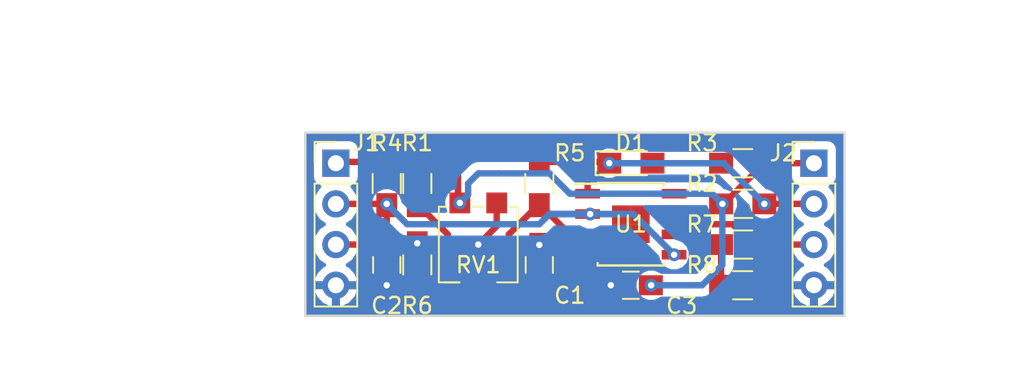
<source format=kicad_pcb>
(kicad_pcb (version 4) (host pcbnew 4.0.7)

  (general
    (links 35)
    (no_connects 0)
    (area 111.049999 99.619999 144.855001 111.200001)
    (thickness 1.6)
    (drawings 6)
    (tracks 125)
    (zones 0)
    (modules 16)
    (nets 9)
  )

  (page A4)
  (layers
    (0 F.Cu signal)
    (31 B.Cu signal)
    (32 B.Adhes user)
    (33 F.Adhes user)
    (34 B.Paste user)
    (35 F.Paste user)
    (36 B.SilkS user)
    (37 F.SilkS user)
    (38 B.Mask user)
    (39 F.Mask user)
    (40 Dwgs.User user)
    (41 Cmts.User user)
    (42 Eco1.User user)
    (43 Eco2.User user)
    (44 Edge.Cuts user)
    (45 Margin user)
    (46 B.CrtYd user)
    (47 F.CrtYd user)
    (48 B.Fab user)
    (49 F.Fab user)
  )

  (setup
    (last_trace_width 0.4)
    (trace_clearance 0.2)
    (zone_clearance 0.508)
    (zone_45_only no)
    (trace_min 0.2)
    (segment_width 0.2)
    (edge_width 0.15)
    (via_size 0.8)
    (via_drill 0.4)
    (via_min_size 0.4)
    (via_min_drill 0.3)
    (uvia_size 0.3)
    (uvia_drill 0.1)
    (uvias_allowed no)
    (uvia_min_size 0.2)
    (uvia_min_drill 0.1)
    (pcb_text_width 0.3)
    (pcb_text_size 1.5 1.5)
    (mod_edge_width 0.15)
    (mod_text_size 1 1)
    (mod_text_width 0.15)
    (pad_size 1.524 1.524)
    (pad_drill 0.762)
    (pad_to_mask_clearance 0.2)
    (aux_axis_origin 111.125 111.125)
    (visible_elements 7FFFFFFF)
    (pcbplotparams
      (layerselection 0x3ffff_80000001)
      (usegerberextensions true)
      (excludeedgelayer true)
      (linewidth 0.100000)
      (plotframeref false)
      (viasonmask false)
      (mode 1)
      (useauxorigin false)
      (hpglpennumber 1)
      (hpglpenspeed 20)
      (hpglpendiameter 15)
      (hpglpenoverlay 2)
      (psnegative false)
      (psa4output false)
      (plotreference true)
      (plotvalue true)
      (plotinvisibletext false)
      (padsonsilk false)
      (subtractmaskfromsilk false)
      (outputformat 1)
      (mirror false)
      (drillshape 0)
      (scaleselection 1)
      (outputdirectory ./))
  )

  (net 0 "")
  (net 1 "Net-(C1-Pad1)")
  (net 2 GND)
  (net 3 "Net-(C2-Pad1)")
  (net 4 +5C)
  (net 5 "Net-(D1-Pad1)")
  (net 6 "Net-(D1-Pad2)")
  (net 7 "Net-(J2-Pad3)")
  (net 8 "Net-(R7-Pad2)")

  (net_class Default "Ceci est la Netclass par défaut"
    (clearance 0.2)
    (trace_width 0.4)
    (via_dia 0.8)
    (via_drill 0.4)
    (uvia_dia 0.3)
    (uvia_drill 0.1)
    (add_net +5C)
    (add_net GND)
    (add_net "Net-(C1-Pad1)")
    (add_net "Net-(C2-Pad1)")
    (add_net "Net-(D1-Pad1)")
    (add_net "Net-(D1-Pad2)")
    (add_net "Net-(J2-Pad3)")
    (add_net "Net-(R7-Pad2)")
  )

  (module Capacitors_SMD:C_0805_HandSoldering (layer F.Cu) (tedit 5A8746C9) (tstamp 5A6E04ED)
    (at 125.73 107.95 90)
    (descr "Capacitor SMD 0805, hand soldering")
    (tags "capacitor 0805")
    (path /5A6DF07D)
    (attr smd)
    (fp_text reference C1 (at -1.905 1.905 180) (layer F.SilkS)
      (effects (font (size 1 1) (thickness 0.15)))
    )
    (fp_text value 100n (at -6.35 1.27 180) (layer F.Fab)
      (effects (font (size 1 1) (thickness 0.15)))
    )
    (fp_text user %R (at 0 0 90) (layer F.Fab)
      (effects (font (size 1 1) (thickness 0.15)))
    )
    (fp_line (start -1 0.62) (end -1 -0.62) (layer F.Fab) (width 0.1))
    (fp_line (start 1 0.62) (end -1 0.62) (layer F.Fab) (width 0.1))
    (fp_line (start 1 -0.62) (end 1 0.62) (layer F.Fab) (width 0.1))
    (fp_line (start -1 -0.62) (end 1 -0.62) (layer F.Fab) (width 0.1))
    (fp_line (start 0.5 -0.85) (end -0.5 -0.85) (layer F.SilkS) (width 0.12))
    (fp_line (start -0.5 0.85) (end 0.5 0.85) (layer F.SilkS) (width 0.12))
    (fp_line (start -2.25 -0.88) (end 2.25 -0.88) (layer F.CrtYd) (width 0.05))
    (fp_line (start -2.25 -0.88) (end -2.25 0.87) (layer F.CrtYd) (width 0.05))
    (fp_line (start 2.25 0.87) (end 2.25 -0.88) (layer F.CrtYd) (width 0.05))
    (fp_line (start 2.25 0.87) (end -2.25 0.87) (layer F.CrtYd) (width 0.05))
    (pad 1 smd rect (at -1.25 0 90) (size 1.5 1.25) (layers F.Cu F.Paste F.Mask)
      (net 1 "Net-(C1-Pad1)"))
    (pad 2 smd rect (at 1.25 0 90) (size 1.5 1.25) (layers F.Cu F.Paste F.Mask)
      (net 2 GND))
    (model Capacitors_SMD.3dshapes/C_0805.wrl
      (at (xyz 0 0 0))
      (scale (xyz 1 1 1))
      (rotate (xyz 0 0 0))
    )
  )

  (module Capacitors_SMD:C_0805_HandSoldering (layer F.Cu) (tedit 5A8746BB) (tstamp 5A6E04F3)
    (at 116.205 107.95 270)
    (descr "Capacitor SMD 0805, hand soldering")
    (tags "capacitor 0805")
    (path /5A6DF434)
    (attr smd)
    (fp_text reference C2 (at 2.54 0 360) (layer F.SilkS)
      (effects (font (size 1 1) (thickness 0.15)))
    )
    (fp_text value 100p (at 6.35 1.905 360) (layer F.Fab)
      (effects (font (size 1 1) (thickness 0.15)))
    )
    (fp_text user %R (at 0 0 270) (layer F.Fab)
      (effects (font (size 1 1) (thickness 0.15)))
    )
    (fp_line (start -1 0.62) (end -1 -0.62) (layer F.Fab) (width 0.1))
    (fp_line (start 1 0.62) (end -1 0.62) (layer F.Fab) (width 0.1))
    (fp_line (start 1 -0.62) (end 1 0.62) (layer F.Fab) (width 0.1))
    (fp_line (start -1 -0.62) (end 1 -0.62) (layer F.Fab) (width 0.1))
    (fp_line (start 0.5 -0.85) (end -0.5 -0.85) (layer F.SilkS) (width 0.12))
    (fp_line (start -0.5 0.85) (end 0.5 0.85) (layer F.SilkS) (width 0.12))
    (fp_line (start -2.25 -0.88) (end 2.25 -0.88) (layer F.CrtYd) (width 0.05))
    (fp_line (start -2.25 -0.88) (end -2.25 0.87) (layer F.CrtYd) (width 0.05))
    (fp_line (start 2.25 0.87) (end 2.25 -0.88) (layer F.CrtYd) (width 0.05))
    (fp_line (start 2.25 0.87) (end -2.25 0.87) (layer F.CrtYd) (width 0.05))
    (pad 1 smd rect (at -1.25 0 270) (size 1.5 1.25) (layers F.Cu F.Paste F.Mask)
      (net 3 "Net-(C2-Pad1)"))
    (pad 2 smd rect (at 1.25 0 270) (size 1.5 1.25) (layers F.Cu F.Paste F.Mask)
      (net 2 GND))
    (model Capacitors_SMD.3dshapes/C_0805.wrl
      (at (xyz 0 0 0))
      (scale (xyz 1 1 1))
      (rotate (xyz 0 0 0))
    )
  )

  (module Capacitors_SMD:C_0805_HandSoldering (layer F.Cu) (tedit 5A8746CF) (tstamp 5A6E04F9)
    (at 131.445 109.22 180)
    (descr "Capacitor SMD 0805, hand soldering")
    (tags "capacitor 0805")
    (path /5A6DF1DD)
    (attr smd)
    (fp_text reference C3 (at -3.175 -1.27 180) (layer F.SilkS)
      (effects (font (size 1 1) (thickness 0.15)))
    )
    (fp_text value 10u (at 0 -5.08 180) (layer F.Fab)
      (effects (font (size 1 1) (thickness 0.15)))
    )
    (fp_text user %R (at 0 0 180) (layer F.Fab)
      (effects (font (size 1 1) (thickness 0.15)))
    )
    (fp_line (start -1 0.62) (end -1 -0.62) (layer F.Fab) (width 0.1))
    (fp_line (start 1 0.62) (end -1 0.62) (layer F.Fab) (width 0.1))
    (fp_line (start 1 -0.62) (end 1 0.62) (layer F.Fab) (width 0.1))
    (fp_line (start -1 -0.62) (end 1 -0.62) (layer F.Fab) (width 0.1))
    (fp_line (start 0.5 -0.85) (end -0.5 -0.85) (layer F.SilkS) (width 0.12))
    (fp_line (start -0.5 0.85) (end 0.5 0.85) (layer F.SilkS) (width 0.12))
    (fp_line (start -2.25 -0.88) (end 2.25 -0.88) (layer F.CrtYd) (width 0.05))
    (fp_line (start -2.25 -0.88) (end -2.25 0.87) (layer F.CrtYd) (width 0.05))
    (fp_line (start 2.25 0.87) (end 2.25 -0.88) (layer F.CrtYd) (width 0.05))
    (fp_line (start 2.25 0.87) (end -2.25 0.87) (layer F.CrtYd) (width 0.05))
    (pad 1 smd rect (at -1.25 0 180) (size 1.5 1.25) (layers F.Cu F.Paste F.Mask)
      (net 4 +5C))
    (pad 2 smd rect (at 1.25 0 180) (size 1.5 1.25) (layers F.Cu F.Paste F.Mask)
      (net 2 GND))
    (model Capacitors_SMD.3dshapes/C_0805.wrl
      (at (xyz 0 0 0))
      (scale (xyz 1 1 1))
      (rotate (xyz 0 0 0))
    )
  )

  (module LEDs:LED_0805_HandSoldering (layer F.Cu) (tedit 5A8746A6) (tstamp 5A6E04FF)
    (at 131.445 101.6)
    (descr "Resistor SMD 0805, hand soldering")
    (tags "resistor 0805")
    (path /5A6DF644)
    (attr smd)
    (fp_text reference D1 (at 0 -1.27) (layer F.SilkS)
      (effects (font (size 1 1) (thickness 0.15)))
    )
    (fp_text value LED (at 0 -5.08) (layer F.Fab)
      (effects (font (size 1 1) (thickness 0.15)))
    )
    (fp_line (start -0.4 -0.4) (end -0.4 0.4) (layer F.Fab) (width 0.1))
    (fp_line (start -0.4 0) (end 0.2 -0.4) (layer F.Fab) (width 0.1))
    (fp_line (start 0.2 0.4) (end -0.4 0) (layer F.Fab) (width 0.1))
    (fp_line (start 0.2 -0.4) (end 0.2 0.4) (layer F.Fab) (width 0.1))
    (fp_line (start -1 0.62) (end -1 -0.62) (layer F.Fab) (width 0.1))
    (fp_line (start 1 0.62) (end -1 0.62) (layer F.Fab) (width 0.1))
    (fp_line (start 1 -0.62) (end 1 0.62) (layer F.Fab) (width 0.1))
    (fp_line (start -1 -0.62) (end 1 -0.62) (layer F.Fab) (width 0.1))
    (fp_line (start 1 0.75) (end -2.2 0.75) (layer F.SilkS) (width 0.12))
    (fp_line (start -2.2 -0.75) (end 1 -0.75) (layer F.SilkS) (width 0.12))
    (fp_line (start -2.35 -0.9) (end 2.35 -0.9) (layer F.CrtYd) (width 0.05))
    (fp_line (start -2.35 -0.9) (end -2.35 0.9) (layer F.CrtYd) (width 0.05))
    (fp_line (start 2.35 0.9) (end 2.35 -0.9) (layer F.CrtYd) (width 0.05))
    (fp_line (start 2.35 0.9) (end -2.35 0.9) (layer F.CrtYd) (width 0.05))
    (fp_line (start -2.2 -0.75) (end -2.2 0.75) (layer F.SilkS) (width 0.12))
    (pad 1 smd rect (at -1.35 0) (size 1.5 1.3) (layers F.Cu F.Paste F.Mask)
      (net 5 "Net-(D1-Pad1)"))
    (pad 2 smd rect (at 1.35 0) (size 1.5 1.3) (layers F.Cu F.Paste F.Mask)
      (net 6 "Net-(D1-Pad2)"))
    (model ${KISYS3DMOD}/LEDs.3dshapes/LED_0805.wrl
      (at (xyz 0 0 0))
      (scale (xyz 1 1 1))
      (rotate (xyz 0 0 0))
    )
  )

  (module Resistors_SMD:R_0805_HandSoldering (layer F.Cu) (tedit 5A874699) (tstamp 5A6E0515)
    (at 118.11 102.87 270)
    (descr "Resistor SMD 0805, hand soldering")
    (tags "resistor 0805")
    (path /5A6DE58F)
    (attr smd)
    (fp_text reference R1 (at -2.54 0 360) (layer F.SilkS)
      (effects (font (size 1 1) (thickness 0.15)))
    )
    (fp_text value 47k (at -6.35 -1.27 360) (layer F.Fab)
      (effects (font (size 1 1) (thickness 0.15)))
    )
    (fp_text user %R (at 0 0 270) (layer F.Fab)
      (effects (font (size 0.5 0.5) (thickness 0.075)))
    )
    (fp_line (start -1 0.62) (end -1 -0.62) (layer F.Fab) (width 0.1))
    (fp_line (start 1 0.62) (end -1 0.62) (layer F.Fab) (width 0.1))
    (fp_line (start 1 -0.62) (end 1 0.62) (layer F.Fab) (width 0.1))
    (fp_line (start -1 -0.62) (end 1 -0.62) (layer F.Fab) (width 0.1))
    (fp_line (start 0.6 0.88) (end -0.6 0.88) (layer F.SilkS) (width 0.12))
    (fp_line (start -0.6 -0.88) (end 0.6 -0.88) (layer F.SilkS) (width 0.12))
    (fp_line (start -2.35 -0.9) (end 2.35 -0.9) (layer F.CrtYd) (width 0.05))
    (fp_line (start -2.35 -0.9) (end -2.35 0.9) (layer F.CrtYd) (width 0.05))
    (fp_line (start 2.35 0.9) (end 2.35 -0.9) (layer F.CrtYd) (width 0.05))
    (fp_line (start 2.35 0.9) (end -2.35 0.9) (layer F.CrtYd) (width 0.05))
    (pad 1 smd rect (at -1.35 0 270) (size 1.5 1.3) (layers F.Cu F.Paste F.Mask)
      (net 4 +5C))
    (pad 2 smd rect (at 1.35 0 270) (size 1.5 1.3) (layers F.Cu F.Paste F.Mask)
      (net 1 "Net-(C1-Pad1)"))
    (model ${KISYS3DMOD}/Resistors_SMD.3dshapes/R_0805.wrl
      (at (xyz 0 0 0))
      (scale (xyz 1 1 1))
      (rotate (xyz 0 0 0))
    )
  )

  (module Resistors_SMD:R_0805_HandSoldering (layer F.Cu) (tedit 5A8746E8) (tstamp 5A6E051B)
    (at 138.43 104.14)
    (descr "Resistor SMD 0805, hand soldering")
    (tags "resistor 0805")
    (path /5A6DE693)
    (attr smd)
    (fp_text reference R2 (at -2.54 -1.27) (layer F.SilkS)
      (effects (font (size 1 1) (thickness 0.15)))
    )
    (fp_text value NC (at 10.16 0) (layer F.Fab)
      (effects (font (size 1 1) (thickness 0.15)))
    )
    (fp_text user %R (at 0 0) (layer F.Fab)
      (effects (font (size 0.5 0.5) (thickness 0.075)))
    )
    (fp_line (start -1 0.62) (end -1 -0.62) (layer F.Fab) (width 0.1))
    (fp_line (start 1 0.62) (end -1 0.62) (layer F.Fab) (width 0.1))
    (fp_line (start 1 -0.62) (end 1 0.62) (layer F.Fab) (width 0.1))
    (fp_line (start -1 -0.62) (end 1 -0.62) (layer F.Fab) (width 0.1))
    (fp_line (start 0.6 0.88) (end -0.6 0.88) (layer F.SilkS) (width 0.12))
    (fp_line (start -0.6 -0.88) (end 0.6 -0.88) (layer F.SilkS) (width 0.12))
    (fp_line (start -2.35 -0.9) (end 2.35 -0.9) (layer F.CrtYd) (width 0.05))
    (fp_line (start -2.35 -0.9) (end -2.35 0.9) (layer F.CrtYd) (width 0.05))
    (fp_line (start 2.35 0.9) (end 2.35 -0.9) (layer F.CrtYd) (width 0.05))
    (fp_line (start 2.35 0.9) (end -2.35 0.9) (layer F.CrtYd) (width 0.05))
    (pad 1 smd rect (at -1.35 0) (size 1.5 1.3) (layers F.Cu F.Paste F.Mask)
      (net 4 +5C))
    (pad 2 smd rect (at 1.35 0) (size 1.5 1.3) (layers F.Cu F.Paste F.Mask)
      (net 5 "Net-(D1-Pad1)"))
    (model ${KISYS3DMOD}/Resistors_SMD.3dshapes/R_0805.wrl
      (at (xyz 0 0 0))
      (scale (xyz 1 1 1))
      (rotate (xyz 0 0 0))
    )
  )

  (module Resistors_SMD:R_0805_HandSoldering (layer F.Cu) (tedit 5A8746ED) (tstamp 5A6E0521)
    (at 138.43 101.6 180)
    (descr "Resistor SMD 0805, hand soldering")
    (tags "resistor 0805")
    (path /5A6DE6FC)
    (attr smd)
    (fp_text reference R3 (at 2.54 1.27 180) (layer F.SilkS)
      (effects (font (size 1 1) (thickness 0.15)))
    )
    (fp_text value 330R (at -10.795 0 180) (layer F.Fab)
      (effects (font (size 1 1) (thickness 0.15)))
    )
    (fp_text user %R (at 0 0 180) (layer F.Fab)
      (effects (font (size 0.5 0.5) (thickness 0.075)))
    )
    (fp_line (start -1 0.62) (end -1 -0.62) (layer F.Fab) (width 0.1))
    (fp_line (start 1 0.62) (end -1 0.62) (layer F.Fab) (width 0.1))
    (fp_line (start 1 -0.62) (end 1 0.62) (layer F.Fab) (width 0.1))
    (fp_line (start -1 -0.62) (end 1 -0.62) (layer F.Fab) (width 0.1))
    (fp_line (start 0.6 0.88) (end -0.6 0.88) (layer F.SilkS) (width 0.12))
    (fp_line (start -0.6 -0.88) (end 0.6 -0.88) (layer F.SilkS) (width 0.12))
    (fp_line (start -2.35 -0.9) (end 2.35 -0.9) (layer F.CrtYd) (width 0.05))
    (fp_line (start -2.35 -0.9) (end -2.35 0.9) (layer F.CrtYd) (width 0.05))
    (fp_line (start 2.35 0.9) (end 2.35 -0.9) (layer F.CrtYd) (width 0.05))
    (fp_line (start 2.35 0.9) (end -2.35 0.9) (layer F.CrtYd) (width 0.05))
    (pad 1 smd rect (at -1.35 0 180) (size 1.5 1.3) (layers F.Cu F.Paste F.Mask)
      (net 4 +5C))
    (pad 2 smd rect (at 1.35 0 180) (size 1.5 1.3) (layers F.Cu F.Paste F.Mask)
      (net 6 "Net-(D1-Pad2)"))
    (model ${KISYS3DMOD}/Resistors_SMD.3dshapes/R_0805.wrl
      (at (xyz 0 0 0))
      (scale (xyz 1 1 1))
      (rotate (xyz 0 0 0))
    )
  )

  (module Resistors_SMD:R_0805_HandSoldering (layer F.Cu) (tedit 5A874695) (tstamp 5A6E0527)
    (at 116.205 102.87 270)
    (descr "Resistor SMD 0805, hand soldering")
    (tags "resistor 0805")
    (path /5A6DE44A)
    (attr smd)
    (fp_text reference R4 (at -2.54 0 360) (layer F.SilkS)
      (effects (font (size 1 1) (thickness 0.15)))
    )
    (fp_text value R (at -6.35 0.635 360) (layer F.Fab)
      (effects (font (size 1 1) (thickness 0.15)))
    )
    (fp_text user %R (at 0 0 270) (layer F.Fab)
      (effects (font (size 0.5 0.5) (thickness 0.075)))
    )
    (fp_line (start -1 0.62) (end -1 -0.62) (layer F.Fab) (width 0.1))
    (fp_line (start 1 0.62) (end -1 0.62) (layer F.Fab) (width 0.1))
    (fp_line (start 1 -0.62) (end 1 0.62) (layer F.Fab) (width 0.1))
    (fp_line (start -1 -0.62) (end 1 -0.62) (layer F.Fab) (width 0.1))
    (fp_line (start 0.6 0.88) (end -0.6 0.88) (layer F.SilkS) (width 0.12))
    (fp_line (start -0.6 -0.88) (end 0.6 -0.88) (layer F.SilkS) (width 0.12))
    (fp_line (start -2.35 -0.9) (end 2.35 -0.9) (layer F.CrtYd) (width 0.05))
    (fp_line (start -2.35 -0.9) (end -2.35 0.9) (layer F.CrtYd) (width 0.05))
    (fp_line (start 2.35 0.9) (end 2.35 -0.9) (layer F.CrtYd) (width 0.05))
    (fp_line (start 2.35 0.9) (end -2.35 0.9) (layer F.CrtYd) (width 0.05))
    (pad 1 smd rect (at -1.35 0 270) (size 1.5 1.3) (layers F.Cu F.Paste F.Mask)
      (net 4 +5C))
    (pad 2 smd rect (at 1.35 0 270) (size 1.5 1.3) (layers F.Cu F.Paste F.Mask)
      (net 3 "Net-(C2-Pad1)"))
    (model ${KISYS3DMOD}/Resistors_SMD.3dshapes/R_0805.wrl
      (at (xyz 0 0 0))
      (scale (xyz 1 1 1))
      (rotate (xyz 0 0 0))
    )
  )

  (module Resistors_SMD:R_0805_HandSoldering (layer F.Cu) (tedit 5A8746A2) (tstamp 5A6E052D)
    (at 125.73 102.87 270)
    (descr "Resistor SMD 0805, hand soldering")
    (tags "resistor 0805")
    (path /5A6DEC43)
    (attr smd)
    (fp_text reference R5 (at -1.905 -1.905 360) (layer F.SilkS)
      (effects (font (size 1 1) (thickness 0.15)))
    )
    (fp_text value 270k (at -6.35 0 360) (layer F.Fab)
      (effects (font (size 1 1) (thickness 0.15)))
    )
    (fp_text user %R (at 0 0 270) (layer F.Fab)
      (effects (font (size 0.5 0.5) (thickness 0.075)))
    )
    (fp_line (start -1 0.62) (end -1 -0.62) (layer F.Fab) (width 0.1))
    (fp_line (start 1 0.62) (end -1 0.62) (layer F.Fab) (width 0.1))
    (fp_line (start 1 -0.62) (end 1 0.62) (layer F.Fab) (width 0.1))
    (fp_line (start -1 -0.62) (end 1 -0.62) (layer F.Fab) (width 0.1))
    (fp_line (start 0.6 0.88) (end -0.6 0.88) (layer F.SilkS) (width 0.12))
    (fp_line (start -0.6 -0.88) (end 0.6 -0.88) (layer F.SilkS) (width 0.12))
    (fp_line (start -2.35 -0.9) (end 2.35 -0.9) (layer F.CrtYd) (width 0.05))
    (fp_line (start -2.35 -0.9) (end -2.35 0.9) (layer F.CrtYd) (width 0.05))
    (fp_line (start 2.35 0.9) (end 2.35 -0.9) (layer F.CrtYd) (width 0.05))
    (fp_line (start 2.35 0.9) (end -2.35 0.9) (layer F.CrtYd) (width 0.05))
    (pad 1 smd rect (at -1.35 0 270) (size 1.5 1.3) (layers F.Cu F.Paste F.Mask)
      (net 5 "Net-(D1-Pad1)"))
    (pad 2 smd rect (at 1.35 0 270) (size 1.5 1.3) (layers F.Cu F.Paste F.Mask)
      (net 1 "Net-(C1-Pad1)"))
    (model ${KISYS3DMOD}/Resistors_SMD.3dshapes/R_0805.wrl
      (at (xyz 0 0 0))
      (scale (xyz 1 1 1))
      (rotate (xyz 0 0 0))
    )
  )

  (module Resistors_SMD:R_0805_HandSoldering (layer F.Cu) (tedit 5A8746C0) (tstamp 5A6E0533)
    (at 118.11 107.95 90)
    (descr "Resistor SMD 0805, hand soldering")
    (tags "resistor 0805")
    (path /5A6DE62C)
    (attr smd)
    (fp_text reference R6 (at -2.54 0 180) (layer F.SilkS)
      (effects (font (size 1 1) (thickness 0.15)))
    )
    (fp_text value 47k (at -6.35 0 180) (layer F.Fab)
      (effects (font (size 1 1) (thickness 0.15)))
    )
    (fp_text user %R (at 0 0 90) (layer F.Fab)
      (effects (font (size 0.5 0.5) (thickness 0.075)))
    )
    (fp_line (start -1 0.62) (end -1 -0.62) (layer F.Fab) (width 0.1))
    (fp_line (start 1 0.62) (end -1 0.62) (layer F.Fab) (width 0.1))
    (fp_line (start 1 -0.62) (end 1 0.62) (layer F.Fab) (width 0.1))
    (fp_line (start -1 -0.62) (end 1 -0.62) (layer F.Fab) (width 0.1))
    (fp_line (start 0.6 0.88) (end -0.6 0.88) (layer F.SilkS) (width 0.12))
    (fp_line (start -0.6 -0.88) (end 0.6 -0.88) (layer F.SilkS) (width 0.12))
    (fp_line (start -2.35 -0.9) (end 2.35 -0.9) (layer F.CrtYd) (width 0.05))
    (fp_line (start -2.35 -0.9) (end -2.35 0.9) (layer F.CrtYd) (width 0.05))
    (fp_line (start 2.35 0.9) (end 2.35 -0.9) (layer F.CrtYd) (width 0.05))
    (fp_line (start 2.35 0.9) (end -2.35 0.9) (layer F.CrtYd) (width 0.05))
    (pad 1 smd rect (at -1.35 0 90) (size 1.5 1.3) (layers F.Cu F.Paste F.Mask)
      (net 1 "Net-(C1-Pad1)"))
    (pad 2 smd rect (at 1.35 0 90) (size 1.5 1.3) (layers F.Cu F.Paste F.Mask)
      (net 2 GND))
    (model ${KISYS3DMOD}/Resistors_SMD.3dshapes/R_0805.wrl
      (at (xyz 0 0 0))
      (scale (xyz 1 1 1))
      (rotate (xyz 0 0 0))
    )
  )

  (module Potentiometers:Potentiometer_Trimmer_Bourns_3214G (layer F.Cu) (tedit 5A8746C4) (tstamp 5A6E053A)
    (at 121.92 106.68 90)
    (descr "Spindle Trimmer Potentiometer, Bourns 3214G, https://www.bourns.com/pdfs/3214.pdf")
    (tags "Spindle Trimmer Potentiometer   Bourns 3214G")
    (path /5A6DEA0E)
    (attr smd)
    (fp_text reference RV1 (at -1.27 0 180) (layer F.SilkS)
      (effects (font (size 1 1) (thickness 0.15)))
    )
    (fp_text value 100k (at -7.62 0.635 180) (layer F.Fab)
      (effects (font (size 1 1) (thickness 0.15)))
    )
    (fp_line (start -2.3 -2.4) (end -2.3 2.4) (layer F.Fab) (width 0.1))
    (fp_line (start -2.3 2.4) (end 2.3 2.4) (layer F.Fab) (width 0.1))
    (fp_line (start 2.3 2.4) (end 2.3 -2.4) (layer F.Fab) (width 0.1))
    (fp_line (start 2.3 -2.4) (end -2.3 -2.4) (layer F.Fab) (width 0.1))
    (fp_line (start -2.3 -2.02) (end -2.3 -0.24) (layer F.Fab) (width 0.1))
    (fp_line (start -2.3 -0.24) (end -2.3 -0.24) (layer F.Fab) (width 0.1))
    (fp_line (start -2.3 -0.24) (end -2.3 -2.02) (layer F.Fab) (width 0.1))
    (fp_line (start -2.3 -2.02) (end -2.3 -2.02) (layer F.Fab) (width 0.1))
    (fp_line (start -2.3 -1.13) (end -2.3 -1.13) (layer F.Fab) (width 0.1))
    (fp_line (start -2.36 -2.46) (end 2.36 -2.46) (layer F.SilkS) (width 0.12))
    (fp_line (start -2.36 2.46) (end 2.36 2.46) (layer F.SilkS) (width 0.12))
    (fp_line (start -2.36 -2.46) (end -2.36 -1.18) (layer F.SilkS) (width 0.12))
    (fp_line (start -2.36 1.18) (end -2.36 2.46) (layer F.SilkS) (width 0.12))
    (fp_line (start 2.36 -2.46) (end 2.36 -1.98) (layer F.SilkS) (width 0.12))
    (fp_line (start 2.36 -0.32) (end 2.36 0.32) (layer F.SilkS) (width 0.12))
    (fp_line (start 2.36 1.98) (end 2.36 2.46) (layer F.SilkS) (width 0.12))
    (fp_line (start -2.36 -2.08) (end -2.36 -2.08) (layer F.SilkS) (width 0.12))
    (fp_line (start -2.36 -2.08) (end -2.36 -1.18) (layer F.SilkS) (width 0.12))
    (fp_line (start -2.36 -2.08) (end -2.36 -1.18) (layer F.SilkS) (width 0.12))
    (fp_line (start -3.53 -2.65) (end -3.53 2.65) (layer F.CrtYd) (width 0.05))
    (fp_line (start -3.53 2.65) (end 3.52 2.65) (layer F.CrtYd) (width 0.05))
    (fp_line (start 3.52 2.65) (end 3.52 -2.65) (layer F.CrtYd) (width 0.05))
    (fp_line (start 3.52 -2.65) (end -3.53 -2.65) (layer F.CrtYd) (width 0.05))
    (pad 1 smd rect (at 2.6 -1.15 90) (size 1.3 1.3) (layers F.Cu F.Mask)
      (net 4 +5C))
    (pad 2 smd rect (at -2.6 0 90) (size 1.3 2) (layers F.Cu F.Mask)
      (net 1 "Net-(C1-Pad1)"))
    (pad 3 smd rect (at 2.6 1.15 90) (size 1.3 1.3) (layers F.Cu F.Mask)
      (net 2 GND))
    (model Potentiometers.3dshapes/Potentiometer_Trimmer_Bourns_3214G.wrl
      (at (xyz 0.03 0 0))
      (scale (xyz 0.39 0.39 0.39))
      (rotate (xyz 0 0 0))
    )
  )

  (module Housings_SOIC:SOIC-8-1EP_3.9x4.9mm_Pitch1.27mm (layer F.Cu) (tedit 5A8746AD) (tstamp 5A6E055B)
    (at 131.445 105.41)
    (descr "8-Lead Thermally Enhanced Plastic Small Outline (SE) - Narrow, 3.90 mm Body [SOIC] (see Microchip Packaging Specification 00000049BS.pdf)")
    (tags "SOIC 1.27")
    (path /5A6E1C75)
    (attr smd)
    (fp_text reference U1 (at 0 0) (layer F.SilkS)
      (effects (font (size 1 1) (thickness 0.15)))
    )
    (fp_text value LMC6482 (at 5.715 -8.89) (layer F.Fab)
      (effects (font (size 1 1) (thickness 0.15)))
    )
    (fp_text user %R (at 0 0) (layer F.Fab)
      (effects (font (size 0.9 0.9) (thickness 0.135)))
    )
    (fp_line (start -0.95 -2.45) (end 1.95 -2.45) (layer F.Fab) (width 0.15))
    (fp_line (start 1.95 -2.45) (end 1.95 2.45) (layer F.Fab) (width 0.15))
    (fp_line (start 1.95 2.45) (end -1.95 2.45) (layer F.Fab) (width 0.15))
    (fp_line (start -1.95 2.45) (end -1.95 -1.45) (layer F.Fab) (width 0.15))
    (fp_line (start -1.95 -1.45) (end -0.95 -2.45) (layer F.Fab) (width 0.15))
    (fp_line (start -3.75 -2.75) (end -3.75 2.75) (layer F.CrtYd) (width 0.05))
    (fp_line (start 3.75 -2.75) (end 3.75 2.75) (layer F.CrtYd) (width 0.05))
    (fp_line (start -3.75 -2.75) (end 3.75 -2.75) (layer F.CrtYd) (width 0.05))
    (fp_line (start -3.75 2.75) (end 3.75 2.75) (layer F.CrtYd) (width 0.05))
    (fp_line (start -2.075 -2.575) (end -2.075 -2.525) (layer F.SilkS) (width 0.15))
    (fp_line (start 2.075 -2.575) (end 2.075 -2.43) (layer F.SilkS) (width 0.15))
    (fp_line (start 2.075 2.575) (end 2.075 2.43) (layer F.SilkS) (width 0.15))
    (fp_line (start -2.075 2.575) (end -2.075 2.43) (layer F.SilkS) (width 0.15))
    (fp_line (start -2.075 -2.575) (end 2.075 -2.575) (layer F.SilkS) (width 0.15))
    (fp_line (start -2.075 2.575) (end 2.075 2.575) (layer F.SilkS) (width 0.15))
    (fp_line (start -2.075 -2.525) (end -3.475 -2.525) (layer F.SilkS) (width 0.15))
    (pad 1 smd rect (at -2.7 -1.905) (size 1.55 0.6) (layers F.Cu F.Paste F.Mask)
      (net 5 "Net-(D1-Pad1)"))
    (pad 2 smd rect (at -2.7 -0.635) (size 1.55 0.6) (layers F.Cu F.Paste F.Mask)
      (net 3 "Net-(C2-Pad1)"))
    (pad 3 smd rect (at -2.7 0.635) (size 1.55 0.6) (layers F.Cu F.Paste F.Mask)
      (net 1 "Net-(C1-Pad1)"))
    (pad 4 smd rect (at -2.7 1.905) (size 1.55 0.6) (layers F.Cu F.Paste F.Mask)
      (net 2 GND))
    (pad 5 smd rect (at 2.7 1.905) (size 1.55 0.6) (layers F.Cu F.Paste F.Mask)
      (net 3 "Net-(C2-Pad1)"))
    (pad 6 smd rect (at 2.7 0.635) (size 1.55 0.6) (layers F.Cu F.Paste F.Mask)
      (net 8 "Net-(R7-Pad2)"))
    (pad 7 smd rect (at 2.7 -0.635) (size 1.55 0.6) (layers F.Cu F.Paste F.Mask)
      (net 7 "Net-(J2-Pad3)"))
    (pad 8 smd rect (at 2.7 -1.905) (size 1.55 0.6) (layers F.Cu F.Paste F.Mask)
      (net 4 +5C))
    (pad 9 smd rect (at 0.5875 0.5875) (size 1.175 1.175) (layers F.Cu F.Paste F.Mask)
      (solder_paste_margin_ratio -0.2))
    (pad 9 smd rect (at 0.5875 -0.5875) (size 1.175 1.175) (layers F.Cu F.Paste F.Mask)
      (solder_paste_margin_ratio -0.2))
    (pad 9 smd rect (at -0.5875 0.5875) (size 1.175 1.175) (layers F.Cu F.Paste F.Mask)
      (solder_paste_margin_ratio -0.2))
    (pad 9 smd rect (at -0.5875 -0.5875) (size 1.175 1.175) (layers F.Cu F.Paste F.Mask)
      (solder_paste_margin_ratio -0.2))
    (model ${KISYS3DMOD}/Housings_SOIC.3dshapes/SOIC-8-1EP_3.9x4.9mm_Pitch1.27mm.wrl
      (at (xyz 0 0 0))
      (scale (xyz 1 1 1))
      (rotate (xyz 0 0 0))
    )
  )

  (module Pin_Headers:Pin_Header_Straight_1x04_Pitch2.54mm (layer F.Cu) (tedit 5A87468D) (tstamp 5A6E0C94)
    (at 113.03 101.6)
    (descr "Through hole straight pin header, 1x04, 2.54mm pitch, single row")
    (tags "Through hole pin header THT 1x04 2.54mm single row")
    (path /5A6DF539)
    (fp_text reference J1 (at 1.905 -1.27) (layer F.SilkS)
      (effects (font (size 1 1) (thickness 0.15)))
    )
    (fp_text value Conn_01x04_Male (at -6.35 10.795) (layer F.Fab)
      (effects (font (size 1 1) (thickness 0.15)))
    )
    (fp_line (start -0.635 -1.27) (end 1.27 -1.27) (layer F.Fab) (width 0.1))
    (fp_line (start 1.27 -1.27) (end 1.27 8.89) (layer F.Fab) (width 0.1))
    (fp_line (start 1.27 8.89) (end -1.27 8.89) (layer F.Fab) (width 0.1))
    (fp_line (start -1.27 8.89) (end -1.27 -0.635) (layer F.Fab) (width 0.1))
    (fp_line (start -1.27 -0.635) (end -0.635 -1.27) (layer F.Fab) (width 0.1))
    (fp_line (start -1.33 8.95) (end 1.33 8.95) (layer F.SilkS) (width 0.12))
    (fp_line (start -1.33 1.27) (end -1.33 8.95) (layer F.SilkS) (width 0.12))
    (fp_line (start 1.33 1.27) (end 1.33 8.95) (layer F.SilkS) (width 0.12))
    (fp_line (start -1.33 1.27) (end 1.33 1.27) (layer F.SilkS) (width 0.12))
    (fp_line (start -1.33 0) (end -1.33 -1.33) (layer F.SilkS) (width 0.12))
    (fp_line (start -1.33 -1.33) (end 0 -1.33) (layer F.SilkS) (width 0.12))
    (fp_line (start -1.8 -1.8) (end -1.8 9.4) (layer F.CrtYd) (width 0.05))
    (fp_line (start -1.8 9.4) (end 1.8 9.4) (layer F.CrtYd) (width 0.05))
    (fp_line (start 1.8 9.4) (end 1.8 -1.8) (layer F.CrtYd) (width 0.05))
    (fp_line (start 1.8 -1.8) (end -1.8 -1.8) (layer F.CrtYd) (width 0.05))
    (fp_text user %R (at 0 -5.08 180) (layer F.Fab)
      (effects (font (size 1 1) (thickness 0.15)))
    )
    (pad 1 thru_hole rect (at 0 0) (size 1.7 1.7) (drill 1) (layers *.Cu *.Mask)
      (net 4 +5C))
    (pad 2 thru_hole oval (at 0 2.54) (size 1.7 1.7) (drill 1) (layers *.Cu *.Mask)
      (net 3 "Net-(C2-Pad1)"))
    (pad 3 thru_hole oval (at 0 5.08) (size 1.7 1.7) (drill 1) (layers *.Cu *.Mask)
      (net 3 "Net-(C2-Pad1)"))
    (pad 4 thru_hole oval (at 0 7.62) (size 1.7 1.7) (drill 1) (layers *.Cu *.Mask)
      (net 2 GND))
    (model ${KISYS3DMOD}/Pin_Headers.3dshapes/Pin_Header_Straight_1x04_Pitch2.54mm.wrl
      (at (xyz 0 0 0))
      (scale (xyz 1 1 1))
      (rotate (xyz 0 0 0))
    )
  )

  (module Pin_Headers:Pin_Header_Straight_1x04_Pitch2.54mm (layer F.Cu) (tedit 5A8746B4) (tstamp 5A6E0C9B)
    (at 142.875 101.6)
    (descr "Through hole straight pin header, 1x04, 2.54mm pitch, single row")
    (tags "Through hole pin header THT 1x04 2.54mm single row")
    (path /5A6DF598)
    (fp_text reference J2 (at -1.905 -0.635) (layer F.SilkS)
      (effects (font (size 1 1) (thickness 0.15)))
    )
    (fp_text value Conn_01x04_Male (at 6.35 10.795) (layer F.Fab)
      (effects (font (size 1 1) (thickness 0.15)))
    )
    (fp_line (start -0.635 -1.27) (end 1.27 -1.27) (layer F.Fab) (width 0.1))
    (fp_line (start 1.27 -1.27) (end 1.27 8.89) (layer F.Fab) (width 0.1))
    (fp_line (start 1.27 8.89) (end -1.27 8.89) (layer F.Fab) (width 0.1))
    (fp_line (start -1.27 8.89) (end -1.27 -0.635) (layer F.Fab) (width 0.1))
    (fp_line (start -1.27 -0.635) (end -0.635 -1.27) (layer F.Fab) (width 0.1))
    (fp_line (start -1.33 8.95) (end 1.33 8.95) (layer F.SilkS) (width 0.12))
    (fp_line (start -1.33 1.27) (end -1.33 8.95) (layer F.SilkS) (width 0.12))
    (fp_line (start 1.33 1.27) (end 1.33 8.95) (layer F.SilkS) (width 0.12))
    (fp_line (start -1.33 1.27) (end 1.33 1.27) (layer F.SilkS) (width 0.12))
    (fp_line (start -1.33 0) (end -1.33 -1.33) (layer F.SilkS) (width 0.12))
    (fp_line (start -1.33 -1.33) (end 0 -1.33) (layer F.SilkS) (width 0.12))
    (fp_line (start -1.8 -1.8) (end -1.8 9.4) (layer F.CrtYd) (width 0.05))
    (fp_line (start -1.8 9.4) (end 1.8 9.4) (layer F.CrtYd) (width 0.05))
    (fp_line (start 1.8 9.4) (end 1.8 -1.8) (layer F.CrtYd) (width 0.05))
    (fp_line (start 1.8 -1.8) (end -1.8 -1.8) (layer F.CrtYd) (width 0.05))
    (fp_text user %R (at 0 -5.08 180) (layer F.Fab)
      (effects (font (size 1 1) (thickness 0.15)))
    )
    (pad 1 thru_hole rect (at 0 0) (size 1.7 1.7) (drill 1) (layers *.Cu *.Mask)
      (net 4 +5C))
    (pad 2 thru_hole oval (at 0 2.54) (size 1.7 1.7) (drill 1) (layers *.Cu *.Mask)
      (net 5 "Net-(D1-Pad1)"))
    (pad 3 thru_hole oval (at 0 5.08) (size 1.7 1.7) (drill 1) (layers *.Cu *.Mask)
      (net 7 "Net-(J2-Pad3)"))
    (pad 4 thru_hole oval (at 0 7.62) (size 1.7 1.7) (drill 1) (layers *.Cu *.Mask)
      (net 2 GND))
    (model ${KISYS3DMOD}/Pin_Headers.3dshapes/Pin_Header_Straight_1x04_Pitch2.54mm.wrl
      (at (xyz 0 0 0))
      (scale (xyz 1 1 1))
      (rotate (xyz 0 0 0))
    )
  )

  (module Resistors_SMD:R_0805_HandSoldering (layer F.Cu) (tedit 5A8746DD) (tstamp 5A804D57)
    (at 138.43 106.68 180)
    (descr "Resistor SMD 0805, hand soldering")
    (tags "resistor 0805")
    (path /5A804B7C)
    (attr smd)
    (fp_text reference R7 (at 2.54 1.27 180) (layer F.SilkS)
      (effects (font (size 1 1) (thickness 0.15)))
    )
    (fp_text value 100k (at -10.795 0 180) (layer F.Fab)
      (effects (font (size 1 1) (thickness 0.15)))
    )
    (fp_text user %R (at 0 0 180) (layer F.Fab)
      (effects (font (size 0.5 0.5) (thickness 0.075)))
    )
    (fp_line (start -1 0.62) (end -1 -0.62) (layer F.Fab) (width 0.1))
    (fp_line (start 1 0.62) (end -1 0.62) (layer F.Fab) (width 0.1))
    (fp_line (start 1 -0.62) (end 1 0.62) (layer F.Fab) (width 0.1))
    (fp_line (start -1 -0.62) (end 1 -0.62) (layer F.Fab) (width 0.1))
    (fp_line (start 0.6 0.88) (end -0.6 0.88) (layer F.SilkS) (width 0.12))
    (fp_line (start -0.6 -0.88) (end 0.6 -0.88) (layer F.SilkS) (width 0.12))
    (fp_line (start -2.35 -0.9) (end 2.35 -0.9) (layer F.CrtYd) (width 0.05))
    (fp_line (start -2.35 -0.9) (end -2.35 0.9) (layer F.CrtYd) (width 0.05))
    (fp_line (start 2.35 0.9) (end 2.35 -0.9) (layer F.CrtYd) (width 0.05))
    (fp_line (start 2.35 0.9) (end -2.35 0.9) (layer F.CrtYd) (width 0.05))
    (pad 1 smd rect (at -1.35 0 180) (size 1.5 1.3) (layers F.Cu F.Paste F.Mask)
      (net 7 "Net-(J2-Pad3)"))
    (pad 2 smd rect (at 1.35 0 180) (size 1.5 1.3) (layers F.Cu F.Paste F.Mask)
      (net 8 "Net-(R7-Pad2)"))
    (model ${KISYS3DMOD}/Resistors_SMD.3dshapes/R_0805.wrl
      (at (xyz 0 0 0))
      (scale (xyz 1 1 1))
      (rotate (xyz 0 0 0))
    )
  )

  (module Resistors_SMD:R_0805_HandSoldering (layer F.Cu) (tedit 5A8746E3) (tstamp 5A804D68)
    (at 138.43 109.22)
    (descr "Resistor SMD 0805, hand soldering")
    (tags "resistor 0805")
    (path /5A804AFF)
    (attr smd)
    (fp_text reference R8 (at -2.54 -1.27) (layer F.SilkS)
      (effects (font (size 1 1) (thickness 0.15)))
    )
    (fp_text value 10k (at 10.16 0) (layer F.Fab)
      (effects (font (size 1 1) (thickness 0.15)))
    )
    (fp_text user %R (at 0 0) (layer F.Fab)
      (effects (font (size 0.5 0.5) (thickness 0.075)))
    )
    (fp_line (start -1 0.62) (end -1 -0.62) (layer F.Fab) (width 0.1))
    (fp_line (start 1 0.62) (end -1 0.62) (layer F.Fab) (width 0.1))
    (fp_line (start 1 -0.62) (end 1 0.62) (layer F.Fab) (width 0.1))
    (fp_line (start -1 -0.62) (end 1 -0.62) (layer F.Fab) (width 0.1))
    (fp_line (start 0.6 0.88) (end -0.6 0.88) (layer F.SilkS) (width 0.12))
    (fp_line (start -0.6 -0.88) (end 0.6 -0.88) (layer F.SilkS) (width 0.12))
    (fp_line (start -2.35 -0.9) (end 2.35 -0.9) (layer F.CrtYd) (width 0.05))
    (fp_line (start -2.35 -0.9) (end -2.35 0.9) (layer F.CrtYd) (width 0.05))
    (fp_line (start 2.35 0.9) (end 2.35 -0.9) (layer F.CrtYd) (width 0.05))
    (fp_line (start 2.35 0.9) (end -2.35 0.9) (layer F.CrtYd) (width 0.05))
    (pad 1 smd rect (at -1.35 0) (size 1.5 1.3) (layers F.Cu F.Paste F.Mask)
      (net 8 "Net-(R7-Pad2)"))
    (pad 2 smd rect (at 1.35 0) (size 1.5 1.3) (layers F.Cu F.Paste F.Mask)
      (net 2 GND))
    (model ${KISYS3DMOD}/Resistors_SMD.3dshapes/R_0805.wrl
      (at (xyz 0 0 0))
      (scale (xyz 1 1 1))
      (rotate (xyz 0 0 0))
    )
  )

  (dimension 11.43 (width 0.3) (layer Dwgs.User)
    (gr_text "11,430 mm" (at 98.345 105.41 90) (layer Dwgs.User)
      (effects (font (size 1.5 1.5) (thickness 0.3)))
    )
    (feature1 (pts (xy 111.125 99.695) (xy 96.995 99.695)))
    (feature2 (pts (xy 111.125 111.125) (xy 96.995 111.125)))
    (crossbar (pts (xy 99.695 111.125) (xy 99.695 99.695)))
    (arrow1a (pts (xy 99.695 99.695) (xy 100.281421 100.821504)))
    (arrow1b (pts (xy 99.695 99.695) (xy 99.108579 100.821504)))
    (arrow2a (pts (xy 99.695 111.125) (xy 100.281421 109.998496)))
    (arrow2b (pts (xy 99.695 111.125) (xy 99.108579 109.998496)))
  )
  (dimension 33.655 (width 0.3) (layer Dwgs.User)
    (gr_text "33,655 mm" (at 127.9525 93.265) (layer Dwgs.User)
      (effects (font (size 1.5 1.5) (thickness 0.3)))
    )
    (feature1 (pts (xy 144.78 99.06) (xy 144.78 91.915)))
    (feature2 (pts (xy 111.125 99.06) (xy 111.125 91.915)))
    (crossbar (pts (xy 111.125 94.615) (xy 144.78 94.615)))
    (arrow1a (pts (xy 144.78 94.615) (xy 143.653496 95.201421)))
    (arrow1b (pts (xy 144.78 94.615) (xy 143.653496 94.028579)))
    (arrow2a (pts (xy 111.125 94.615) (xy 112.251504 95.201421)))
    (arrow2b (pts (xy 111.125 94.615) (xy 112.251504 94.028579)))
  )
  (gr_line (start 111.125 111.125) (end 111.125 99.695) (angle 90) (layer Edge.Cuts) (width 0.15))
  (gr_line (start 144.78 111.125) (end 111.125 111.125) (angle 90) (layer Edge.Cuts) (width 0.15))
  (gr_line (start 144.78 99.695) (end 144.78 111.125) (angle 90) (layer Edge.Cuts) (width 0.15))
  (gr_line (start 111.125 99.695) (end 144.78 99.695) (angle 90) (layer Edge.Cuts) (width 0.15))

  (segment (start 128.745 106.045) (end 127.635 106.045) (width 0.4) (layer F.Cu) (net 1))
  (segment (start 127.635 106.045) (end 125.81 104.22) (width 0.4) (layer F.Cu) (net 1) (tstamp 5A861EF5))
  (segment (start 125.81 104.22) (end 125.73 104.22) (width 0.4) (layer F.Cu) (net 1) (tstamp 5A861EF9))
  (segment (start 125.81 104.22) (end 125.73 104.22) (width 0.4) (layer F.Cu) (net 1) (tstamp 5A861C56))
  (segment (start 125.73 104.22) (end 125.65 104.22) (width 0.4) (layer F.Cu) (net 1))
  (segment (start 125.65 104.22) (end 123.825 106.045) (width 0.4) (layer F.Cu) (net 1) (tstamp 5A861BE6))
  (segment (start 123.825 106.045) (end 123.825 109.2) (width 0.4) (layer F.Cu) (net 1) (tstamp 5A861BEF))
  (segment (start 118.11 104.22) (end 118.19 104.22) (width 0.4) (layer F.Cu) (net 1))
  (segment (start 118.19 104.22) (end 120.015 106.045) (width 0.4) (layer F.Cu) (net 1) (tstamp 5A861BCB))
  (segment (start 120.015 106.045) (end 120.015 109.22) (width 0.4) (layer F.Cu) (net 1) (tstamp 5A861BD4))
  (segment (start 120.015 109.22) (end 120.015 109.3) (width 0.4) (layer F.Cu) (net 1) (tstamp 5A861BDD))
  (segment (start 118.11 109.3) (end 120.015 109.3) (width 0.4) (layer F.Cu) (net 1))
  (segment (start 120.015 109.3) (end 121.9 109.3) (width 0.4) (layer F.Cu) (net 1) (tstamp 5A861BDA))
  (segment (start 121.9 109.3) (end 122 109.2) (width 0.4) (layer F.Cu) (net 1) (tstamp 5A861BA9))
  (segment (start 122 109.2) (end 123.825 109.2) (width 0.4) (layer F.Cu) (net 1) (tstamp 5A861BAD))
  (segment (start 123.825 109.2) (end 125.73 109.2) (width 0.4) (layer F.Cu) (net 1) (tstamp 5A861BF5))
  (segment (start 139.78 109.22) (end 142.875 109.22) (width 0.4) (layer F.Cu) (net 2))
  (via (at 116.205 109.22) (size 0.8) (drill 0.4) (layers F.Cu B.Cu) (net 2))
  (segment (start 116.205 109.22) (end 116.205 109.2) (width 0.4) (layer F.Cu) (net 2) (tstamp 5A86213B))
  (via (at 118.11 106.6) (size 0.8) (drill 0.4) (layers F.Cu B.Cu) (net 2))
  (segment (start 118.11 106.6) (end 118.11 106.68) (width 0.4) (layer B.Cu) (net 2) (tstamp 5A862128))
  (via (at 121.92 106.68) (size 0.8) (drill 0.4) (layers F.Cu B.Cu) (net 2))
  (segment (start 121.92 106.68) (end 123.07 105.53) (width 0.4) (layer F.Cu) (net 2) (tstamp 5A8620F2))
  (segment (start 123.07 105.53) (end 123.07 104.08) (width 0.4) (layer F.Cu) (net 2))
  (segment (start 116.205 109.2) (end 113.05 109.2) (width 0.4) (layer F.Cu) (net 2))
  (segment (start 113.05 109.2) (end 113.03 109.22) (width 0.4) (layer F.Cu) (net 2) (tstamp 5A8620C9))
  (segment (start 128.745 107.315) (end 128.745 108.425) (width 0.4) (layer F.Cu) (net 2))
  (segment (start 128.745 108.425) (end 129.54 109.22) (width 0.4) (layer F.Cu) (net 2) (tstamp 5A862094))
  (segment (start 129.54 109.22) (end 130.195 109.22) (width 0.4) (layer F.Cu) (net 2) (tstamp 5A862096))
  (via (at 130.195 109.22) (size 0.8) (drill 0.4) (layers F.Cu B.Cu) (net 2))
  (segment (start 130.195 109.22) (end 130.175 109.22) (width 0.4) (layer B.Cu) (net 2) (tstamp 5A862099))
  (segment (start 128.745 107.315) (end 126.345 107.315) (width 0.4) (layer F.Cu) (net 2))
  (segment (start 126.345 107.315) (end 125.73 106.7) (width 0.4) (layer F.Cu) (net 2) (tstamp 5A862074))
  (via (at 125.73 106.7) (size 0.8) (drill 0.4) (layers F.Cu B.Cu) (net 2))
  (segment (start 125.73 106.7) (end 125.73 106.68) (width 0.4) (layer B.Cu) (net 2) (tstamp 5A862079))
  (segment (start 128.27 104.775) (end 126.365 104.775) (width 0.4) (layer B.Cu) (net 3))
  (segment (start 120.015 105.41) (end 125.73 105.41) (width 0.4) (layer B.Cu) (net 3))
  (segment (start 125.73 105.41) (end 126.365 104.775) (width 0.4) (layer B.Cu) (net 3) (tstamp 5A861F1C))
  (segment (start 126.365 104.775) (end 128.27 104.775) (width 0.4) (layer B.Cu) (net 3) (tstamp 5A861F1E))
  (segment (start 128.27 104.775) (end 128.905 104.775) (width 0.4) (layer B.Cu) (net 3) (tstamp 5A861F42))
  (segment (start 128.905 104.775) (end 130.81 104.775) (width 0.4) (layer B.Cu) (net 3) (tstamp 5A861F21))
  (segment (start 126.365 104.775) (end 128.905 104.775) (width 0.4) (layer B.Cu) (net 3) (tstamp 5A861ECC))
  (segment (start 125.73 105.41) (end 126.365 104.775) (width 0.4) (layer B.Cu) (net 3) (tstamp 5A861EC6))
  (via (at 128.905 104.775) (size 0.8) (drill 0.4) (layers F.Cu B.Cu) (net 3))
  (segment (start 128.905 104.775) (end 128.745 104.775) (width 0.4) (layer F.Cu) (net 3) (tstamp 5A861ED2))
  (via (at 134.145 107.315) (size 0.8) (drill 0.4) (layers F.Cu B.Cu) (net 3))
  (segment (start 116.205 104.22) (end 116.205 104.14) (width 0.4) (layer F.Cu) (net 3) (tstamp 5A861E09))
  (via (at 116.205 104.14) (size 0.8) (drill 0.4) (layers F.Cu B.Cu) (net 3))
  (segment (start 117.475 105.41) (end 116.205 104.14) (width 0.4) (layer B.Cu) (net 3) (tstamp 5A861E01))
  (segment (start 120.015 105.41) (end 117.475 105.41) (width 0.4) (layer B.Cu) (net 3) (tstamp 5A861F1A))
  (segment (start 131.605 104.775) (end 130.81 104.775) (width 0.4) (layer B.Cu) (net 3) (tstamp 5A861DDC))
  (segment (start 130.81 104.775) (end 128.905 104.775) (width 0.4) (layer B.Cu) (net 3) (tstamp 5A861F2A))
  (segment (start 131.605 104.775) (end 134.145 107.315) (width 0.4) (layer B.Cu) (net 3) (tstamp 5A861DDB))
  (segment (start 113.03 104.14) (end 116.125 104.14) (width 0.4) (layer F.Cu) (net 3))
  (segment (start 116.125 104.14) (end 116.205 104.22) (width 0.4) (layer F.Cu) (net 3) (tstamp 5A861B8F))
  (segment (start 116.205 104.22) (end 116.205 106.7) (width 0.4) (layer F.Cu) (net 3) (tstamp 5A861B91))
  (segment (start 116.205 106.7) (end 116.185 106.68) (width 0.4) (layer F.Cu) (net 3) (tstamp 5A861B94))
  (segment (start 116.185 106.68) (end 113.03 106.68) (width 0.4) (layer F.Cu) (net 3) (tstamp 5A861B97))
  (segment (start 139.78 101.6) (end 142.875 101.6) (width 0.4) (layer F.Cu) (net 4))
  (segment (start 116.125 101.6) (end 116.205 101.52) (width 0.4) (layer F.Cu) (net 4) (tstamp 5A871C94))
  (segment (start 120.65 100.33) (end 119.38 100.33) (width 0.4) (layer F.Cu) (net 4))
  (segment (start 119.38 100.33) (end 118.19 101.52) (width 0.4) (layer F.Cu) (net 4) (tstamp 5A8623F1))
  (segment (start 118.19 101.52) (end 118.11 101.52) (width 0.4) (layer F.Cu) (net 4) (tstamp 5A8623F2))
  (segment (start 118.11 101.52) (end 118.825 101.52) (width 0.4) (layer F.Cu) (net 4))
  (segment (start 138.51 100.33) (end 139.78 101.6) (width 0.4) (layer F.Cu) (net 4) (tstamp 5A8623E7))
  (segment (start 120.015 100.33) (end 120.65 100.33) (width 0.4) (layer F.Cu) (net 4) (tstamp 5A8623DD))
  (segment (start 120.65 100.33) (end 138.51 100.33) (width 0.4) (layer F.Cu) (net 4) (tstamp 5A8623EF))
  (segment (start 116.205 101.52) (end 113.11 101.52) (width 0.4) (layer F.Cu) (net 4))
  (segment (start 113.11 101.52) (end 113.03 101.6) (width 0.4) (layer F.Cu) (net 4) (tstamp 5A8623A8))
  (segment (start 113.11 101.52) (end 113.03 101.6) (width 0.4) (layer F.Cu) (net 4) (tstamp 5A86236A))
  (segment (start 116.125 101.6) (end 116.205 101.52) (width 0.4) (layer F.Cu) (net 4) (tstamp 5A862359))
  (segment (start 116.205 101.52) (end 119.935 101.52) (width 0.4) (layer F.Cu) (net 4) (tstamp 5A86235F))
  (segment (start 119.935 101.52) (end 120.65 102.235) (width 0.4) (layer F.Cu) (net 4) (tstamp 5A862360))
  (segment (start 120.65 102.235) (end 120.65 103.96) (width 0.4) (layer F.Cu) (net 4) (tstamp 5A862362))
  (segment (start 120.65 103.96) (end 120.77 104.08) (width 0.4) (layer F.Cu) (net 4) (tstamp 5A862363))
  (segment (start 123.19 102.235) (end 126.365 102.235) (width 0.4) (layer B.Cu) (net 4))
  (segment (start 136.525 103.505) (end 137.16 104.14) (width 0.4) (layer B.Cu) (net 4) (tstamp 5A861FB0))
  (segment (start 127.635 103.505) (end 136.525 103.505) (width 0.4) (layer B.Cu) (net 4) (tstamp 5A861FAA))
  (segment (start 126.365 102.235) (end 127.635 103.505) (width 0.4) (layer B.Cu) (net 4) (tstamp 5A861F93))
  (segment (start 121.285 103.565) (end 120.77 104.08) (width 0.4) (layer B.Cu) (net 4) (tstamp 5A861E8E))
  (segment (start 121.285 102.87) (end 121.285 103.565) (width 0.4) (layer B.Cu) (net 4) (tstamp 5A861E8B))
  (segment (start 121.92 102.235) (end 121.285 102.87) (width 0.4) (layer B.Cu) (net 4) (tstamp 5A861E77))
  (segment (start 123.19 102.235) (end 121.92 102.235) (width 0.4) (layer B.Cu) (net 4) (tstamp 5A861F91))
  (segment (start 137.16 104.14) (end 137.16 107.95) (width 0.4) (layer B.Cu) (net 4))
  (segment (start 132.715 109.22) (end 132.695 109.22) (width 0.4) (layer F.Cu) (net 4) (tstamp 5A861E4E))
  (via (at 132.715 109.22) (size 0.8) (drill 0.4) (layers F.Cu B.Cu) (net 4))
  (segment (start 135.89 109.22) (end 132.715 109.22) (width 0.4) (layer B.Cu) (net 4) (tstamp 5A861E48))
  (segment (start 137.16 107.95) (end 135.89 109.22) (width 0.4) (layer B.Cu) (net 4) (tstamp 5A861E42))
  (segment (start 120.65 102.87) (end 120.65 103.96) (width 0.4) (layer F.Cu) (net 4))
  (segment (start 120.65 103.96) (end 120.77 104.08) (width 0.4) (layer F.Cu) (net 4) (tstamp 5A861D0A))
  (via (at 120.77 104.08) (size 0.8) (drill 0.4) (layers F.Cu B.Cu) (net 4))
  (via (at 137.16 104.14) (size 0.8) (drill 0.4) (layers F.Cu B.Cu) (net 4))
  (segment (start 137.16 104.14) (end 137.08 104.14) (width 0.4) (layer F.Cu) (net 4) (tstamp 5A861D2E))
  (segment (start 116.125 101.6) (end 116.205 101.52) (width 0.4) (layer F.Cu) (net 4) (tstamp 5A861B77))
  (segment (start 116.205 101.52) (end 119.935 101.52) (width 0.4) (layer F.Cu) (net 4) (tstamp 5A861B78))
  (segment (start 119.935 101.52) (end 120.65 102.235) (width 0.4) (layer F.Cu) (net 4) (tstamp 5A861B7A))
  (segment (start 120.65 102.235) (end 120.65 102.87) (width 0.4) (layer F.Cu) (net 4) (tstamp 5A861B7D))
  (segment (start 120.65 103.96) (end 120.77 104.08) (width 0.4) (layer F.Cu) (net 4) (tstamp 5A861B7E))
  (segment (start 134.145 103.505) (end 136.445 103.505) (width 0.4) (layer F.Cu) (net 4))
  (segment (start 136.445 103.505) (end 137.08 104.14) (width 0.4) (layer F.Cu) (net 4) (tstamp 5A861B31))
  (segment (start 137.08 104.14) (end 137.24 104.14) (width 0.4) (layer F.Cu) (net 4))
  (segment (start 137.24 104.14) (end 139.78 101.6) (width 0.4) (layer F.Cu) (net 4) (tstamp 5A861B2A))
  (segment (start 139.78 104.14) (end 137.24 101.6) (width 0.4) (layer B.Cu) (net 5))
  (segment (start 137.24 101.6) (end 130.175 101.6) (width 0.4) (layer B.Cu) (net 5) (tstamp 5A86215B))
  (segment (start 130.175 101.6) (end 130.095 101.6) (width 0.4) (layer F.Cu) (net 5) (tstamp 5A862177))
  (via (at 130.095 101.6) (size 0.8) (drill 0.4) (layers F.Cu B.Cu) (net 5))
  (via (at 139.78 104.14) (size 0.8) (drill 0.4) (layers F.Cu B.Cu) (net 5))
  (segment (start 142.875 104.14) (end 139.78 104.14) (width 0.4) (layer F.Cu) (net 5))
  (segment (start 137.24 101.6) (end 130.095 101.6) (width 0.4) (layer B.Cu) (net 5) (tstamp 5A861FD2))
  (segment (start 130.095 101.6) (end 130.175 101.6) (width 0.4) (layer B.Cu) (net 5) (tstamp 5A86217E))
  (segment (start 128.745 103.505) (end 128.745 101.52) (width 0.4) (layer F.Cu) (net 5))
  (segment (start 125.73 101.52) (end 128.745 101.52) (width 0.4) (layer F.Cu) (net 5))
  (segment (start 128.745 101.52) (end 130.015 101.52) (width 0.4) (layer F.Cu) (net 5) (tstamp 5A861B59))
  (segment (start 130.015 101.52) (end 130.095 101.6) (width 0.4) (layer F.Cu) (net 5) (tstamp 5A861B48))
  (segment (start 132.795 101.6) (end 137.08 101.6) (width 0.4) (layer F.Cu) (net 6))
  (segment (start 139.78 106.68) (end 139.065 106.68) (width 0.4) (layer F.Cu) (net 7))
  (segment (start 139.065 106.68) (end 137.795 105.41) (width 0.4) (layer F.Cu) (net 7) (tstamp 5A861C3B))
  (segment (start 135.255 104.775) (end 134.145 104.775) (width 0.4) (layer F.Cu) (net 7) (tstamp 5A861C42))
  (segment (start 135.89 105.41) (end 135.255 104.775) (width 0.4) (layer F.Cu) (net 7) (tstamp 5A861C41))
  (segment (start 137.795 105.41) (end 135.89 105.41) (width 0.4) (layer F.Cu) (net 7) (tstamp 5A861C3D))
  (segment (start 139.78 106.68) (end 142.875 106.68) (width 0.4) (layer F.Cu) (net 7))
  (segment (start 137.08 106.68) (end 135.89 106.68) (width 0.4) (layer F.Cu) (net 8))
  (segment (start 135.255 106.045) (end 134.145 106.045) (width 0.4) (layer F.Cu) (net 8) (tstamp 5A861C33))
  (segment (start 135.89 106.68) (end 135.255 106.045) (width 0.4) (layer F.Cu) (net 8) (tstamp 5A861C31))
  (segment (start 137.08 109.22) (end 137.08 106.68) (width 0.4) (layer F.Cu) (net 8))

  (zone (net 2) (net_name GND) (layer B.Cu) (tstamp 5A861FFF) (hatch edge 0.508)
    (connect_pads (clearance 0.508))
    (min_thickness 0.254)
    (fill yes (arc_segments 16) (thermal_gap 0.508) (thermal_bridge_width 0.508))
    (polygon
      (pts
        (xy 144.78 111.125) (xy 111.125 111.125) (xy 111.125 99.695) (xy 144.78 99.695)
      )
    )
    (filled_polygon
      (pts
        (xy 144.653 110.998) (xy 111.252 110.998) (xy 111.252 109.57689) (xy 111.588524 109.57689) (xy 111.758355 109.986924)
        (xy 112.148642 110.415183) (xy 112.673108 110.661486) (xy 112.903 110.540819) (xy 112.903 109.347) (xy 113.157 109.347)
        (xy 113.157 110.540819) (xy 113.386892 110.661486) (xy 113.911358 110.415183) (xy 114.301645 109.986924) (xy 114.471476 109.57689)
        (xy 114.350155 109.347) (xy 113.157 109.347) (xy 112.903 109.347) (xy 111.709845 109.347) (xy 111.588524 109.57689)
        (xy 111.252 109.57689) (xy 111.252 104.14) (xy 111.515907 104.14) (xy 111.628946 104.708285) (xy 111.950853 105.190054)
        (xy 112.280026 105.41) (xy 111.950853 105.629946) (xy 111.628946 106.111715) (xy 111.515907 106.68) (xy 111.628946 107.248285)
        (xy 111.950853 107.730054) (xy 112.291553 107.957702) (xy 112.148642 108.024817) (xy 111.758355 108.453076) (xy 111.588524 108.86311)
        (xy 111.709845 109.093) (xy 112.903 109.093) (xy 112.903 109.073) (xy 113.157 109.073) (xy 113.157 109.093)
        (xy 114.350155 109.093) (xy 114.471476 108.86311) (xy 114.301645 108.453076) (xy 113.911358 108.024817) (xy 113.768447 107.957702)
        (xy 114.109147 107.730054) (xy 114.431054 107.248285) (xy 114.544093 106.68) (xy 114.431054 106.111715) (xy 114.109147 105.629946)
        (xy 113.779974 105.41) (xy 114.109147 105.190054) (xy 114.431054 104.708285) (xy 114.503321 104.344971) (xy 115.169821 104.344971)
        (xy 115.327058 104.725515) (xy 115.617954 105.016919) (xy 115.998223 105.17482) (xy 116.059005 105.174873) (xy 116.884566 106.000434)
        (xy 117.155459 106.181439) (xy 117.475 106.245) (xy 125.73 106.245) (xy 126.049541 106.181439) (xy 126.320434 106.000434)
        (xy 126.710868 105.61) (xy 128.276108 105.61) (xy 128.317954 105.651919) (xy 128.698223 105.80982) (xy 129.109971 105.810179)
        (xy 129.490515 105.652942) (xy 129.533532 105.61) (xy 131.259132 105.61) (xy 133.109873 107.460741) (xy 133.109821 107.519971)
        (xy 133.267058 107.900515) (xy 133.557954 108.191919) (xy 133.938223 108.34982) (xy 134.349971 108.350179) (xy 134.730515 108.192942)
        (xy 135.021919 107.902046) (xy 135.17982 107.521777) (xy 135.180179 107.110029) (xy 135.022942 106.729485) (xy 134.732046 106.438081)
        (xy 134.351777 106.28018) (xy 134.290995 106.280127) (xy 132.350868 104.34) (xy 136.124825 104.34) (xy 136.124821 104.344971)
        (xy 136.282058 104.725515) (xy 136.325 104.768532) (xy 136.325 107.604132) (xy 135.544132 108.385) (xy 133.343892 108.385)
        (xy 133.302046 108.343081) (xy 132.921777 108.18518) (xy 132.510029 108.184821) (xy 132.129485 108.342058) (xy 131.838081 108.632954)
        (xy 131.68018 109.013223) (xy 131.679821 109.424971) (xy 131.837058 109.805515) (xy 132.127954 110.096919) (xy 132.508223 110.25482)
        (xy 132.919971 110.255179) (xy 133.300515 110.097942) (xy 133.343532 110.055) (xy 135.89 110.055) (xy 136.209541 109.991439)
        (xy 136.480434 109.810434) (xy 136.713978 109.57689) (xy 141.433524 109.57689) (xy 141.603355 109.986924) (xy 141.993642 110.415183)
        (xy 142.518108 110.661486) (xy 142.748 110.540819) (xy 142.748 109.347) (xy 143.002 109.347) (xy 143.002 110.540819)
        (xy 143.231892 110.661486) (xy 143.756358 110.415183) (xy 144.146645 109.986924) (xy 144.316476 109.57689) (xy 144.195155 109.347)
        (xy 143.002 109.347) (xy 142.748 109.347) (xy 141.554845 109.347) (xy 141.433524 109.57689) (xy 136.713978 109.57689)
        (xy 137.750434 108.540434) (xy 137.808805 108.453076) (xy 137.931439 108.269541) (xy 137.995 107.95) (xy 137.995 104.768892)
        (xy 138.036919 104.727046) (xy 138.19482 104.346777) (xy 138.195179 103.935029) (xy 138.05507 103.595938) (xy 138.744873 104.285741)
        (xy 138.744821 104.344971) (xy 138.902058 104.725515) (xy 139.192954 105.016919) (xy 139.573223 105.17482) (xy 139.984971 105.175179)
        (xy 140.365515 105.017942) (xy 140.656919 104.727046) (xy 140.81482 104.346777) (xy 140.815 104.14) (xy 141.360907 104.14)
        (xy 141.473946 104.708285) (xy 141.795853 105.190054) (xy 142.125026 105.41) (xy 141.795853 105.629946) (xy 141.473946 106.111715)
        (xy 141.360907 106.68) (xy 141.473946 107.248285) (xy 141.795853 107.730054) (xy 142.136553 107.957702) (xy 141.993642 108.024817)
        (xy 141.603355 108.453076) (xy 141.433524 108.86311) (xy 141.554845 109.093) (xy 142.748 109.093) (xy 142.748 109.073)
        (xy 143.002 109.073) (xy 143.002 109.093) (xy 144.195155 109.093) (xy 144.316476 108.86311) (xy 144.146645 108.453076)
        (xy 143.756358 108.024817) (xy 143.613447 107.957702) (xy 143.954147 107.730054) (xy 144.276054 107.248285) (xy 144.389093 106.68)
        (xy 144.276054 106.111715) (xy 143.954147 105.629946) (xy 143.624974 105.41) (xy 143.954147 105.190054) (xy 144.276054 104.708285)
        (xy 144.389093 104.14) (xy 144.276054 103.571715) (xy 143.954147 103.089946) (xy 143.912548 103.06215) (xy 143.960317 103.053162)
        (xy 144.176441 102.91409) (xy 144.321431 102.70189) (xy 144.37244 102.45) (xy 144.37244 100.75) (xy 144.328162 100.514683)
        (xy 144.18909 100.298559) (xy 143.97689 100.153569) (xy 143.725 100.10256) (xy 142.025 100.10256) (xy 141.789683 100.146838)
        (xy 141.573559 100.28591) (xy 141.428569 100.49811) (xy 141.37756 100.75) (xy 141.37756 102.45) (xy 141.421838 102.685317)
        (xy 141.56091 102.901441) (xy 141.77311 103.046431) (xy 141.840541 103.060086) (xy 141.795853 103.089946) (xy 141.473946 103.571715)
        (xy 141.360907 104.14) (xy 140.815 104.14) (xy 140.815179 103.935029) (xy 140.657942 103.554485) (xy 140.367046 103.263081)
        (xy 139.986777 103.10518) (xy 139.925995 103.105127) (xy 137.830434 101.009566) (xy 137.559541 100.828561) (xy 137.24 100.765)
        (xy 130.723892 100.765) (xy 130.682046 100.723081) (xy 130.301777 100.56518) (xy 129.890029 100.564821) (xy 129.509485 100.722058)
        (xy 129.218081 101.012954) (xy 129.06018 101.393223) (xy 129.059821 101.804971) (xy 129.217058 102.185515) (xy 129.507954 102.476919)
        (xy 129.888223 102.63482) (xy 130.299971 102.635179) (xy 130.680515 102.477942) (xy 130.723532 102.435) (xy 136.894132 102.435)
        (xy 137.704579 103.245447) (xy 137.366777 103.10518) (xy 137.305995 103.105127) (xy 137.115434 102.914566) (xy 137.048736 102.87)
        (xy 136.844541 102.733561) (xy 136.525 102.67) (xy 127.980868 102.67) (xy 126.955434 101.644566) (xy 126.888736 101.6)
        (xy 126.684541 101.463561) (xy 126.365 101.4) (xy 121.92 101.4) (xy 121.60046 101.46356) (xy 121.329566 101.644566)
        (xy 120.694566 102.279566) (xy 120.513561 102.550459) (xy 120.45 102.87) (xy 120.45 103.09235) (xy 120.184485 103.202058)
        (xy 119.893081 103.492954) (xy 119.73518 103.873223) (xy 119.734821 104.284971) (xy 119.854658 104.575) (xy 117.820868 104.575)
        (xy 117.240127 103.994259) (xy 117.240179 103.935029) (xy 117.082942 103.554485) (xy 116.792046 103.263081) (xy 116.411777 103.10518)
        (xy 116.000029 103.104821) (xy 115.619485 103.262058) (xy 115.328081 103.552954) (xy 115.17018 103.933223) (xy 115.169821 104.344971)
        (xy 114.503321 104.344971) (xy 114.544093 104.14) (xy 114.431054 103.571715) (xy 114.109147 103.089946) (xy 114.067548 103.06215)
        (xy 114.115317 103.053162) (xy 114.331441 102.91409) (xy 114.476431 102.70189) (xy 114.52744 102.45) (xy 114.52744 100.75)
        (xy 114.483162 100.514683) (xy 114.34409 100.298559) (xy 114.13189 100.153569) (xy 113.88 100.10256) (xy 112.18 100.10256)
        (xy 111.944683 100.146838) (xy 111.728559 100.28591) (xy 111.583569 100.49811) (xy 111.53256 100.75) (xy 111.53256 102.45)
        (xy 111.576838 102.685317) (xy 111.71591 102.901441) (xy 111.92811 103.046431) (xy 111.995541 103.060086) (xy 111.950853 103.089946)
        (xy 111.628946 103.571715) (xy 111.515907 104.14) (xy 111.252 104.14) (xy 111.252 99.822) (xy 144.653 99.822)
      )
    )
  )
)

</source>
